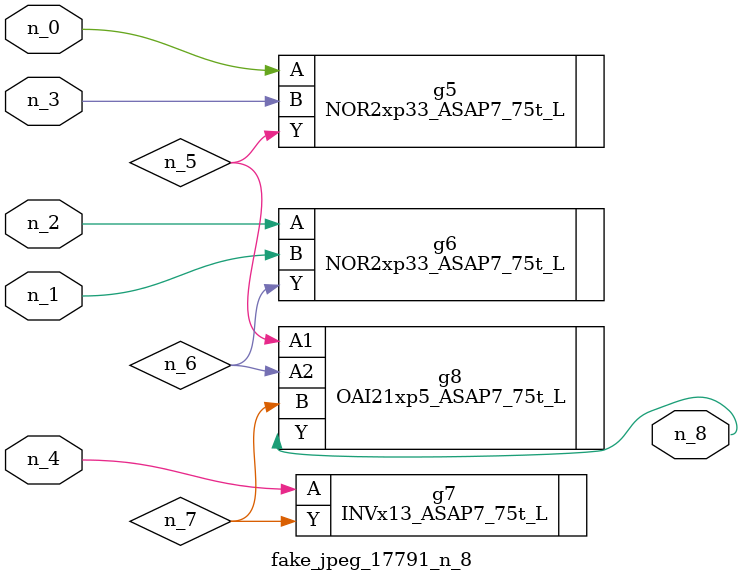
<source format=v>
module fake_jpeg_17791_n_8 (n_3, n_2, n_1, n_0, n_4, n_8);

input n_3;
input n_2;
input n_1;
input n_0;
input n_4;

output n_8;

wire n_6;
wire n_5;
wire n_7;

NOR2xp33_ASAP7_75t_L g5 ( 
.A(n_0),
.B(n_3),
.Y(n_5)
);

NOR2xp33_ASAP7_75t_L g6 ( 
.A(n_2),
.B(n_1),
.Y(n_6)
);

INVx13_ASAP7_75t_L g7 ( 
.A(n_4),
.Y(n_7)
);

OAI21xp5_ASAP7_75t_L g8 ( 
.A1(n_5),
.A2(n_6),
.B(n_7),
.Y(n_8)
);


endmodule
</source>
